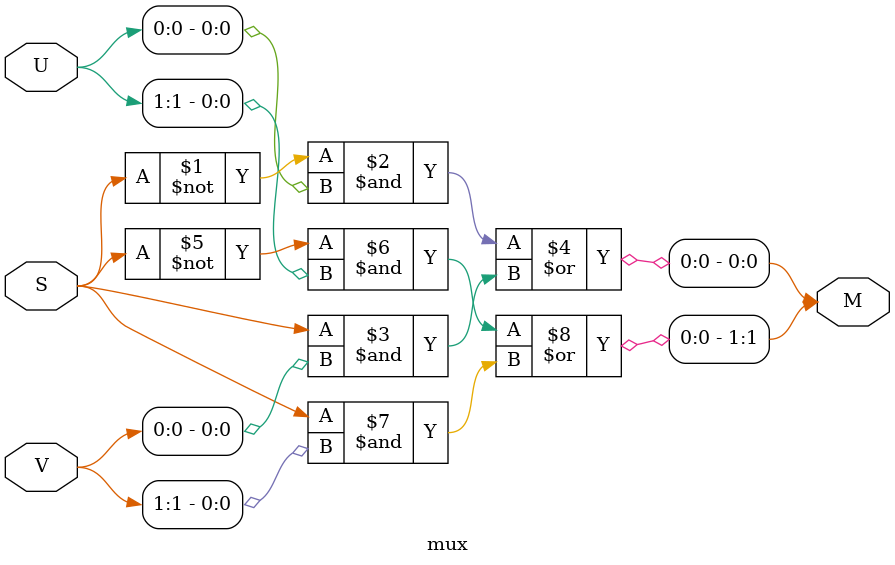
<source format=v>
module mux(S, U, V, M);
	input S;
	input [1:0] U, V;
	output [1:0] M;
	
	assign M[0] = (~S & U[0]) | (S & V[0]);
	assign M[1] = (~S & U[1]) | (S & V[1]);
	
endmodule

</source>
